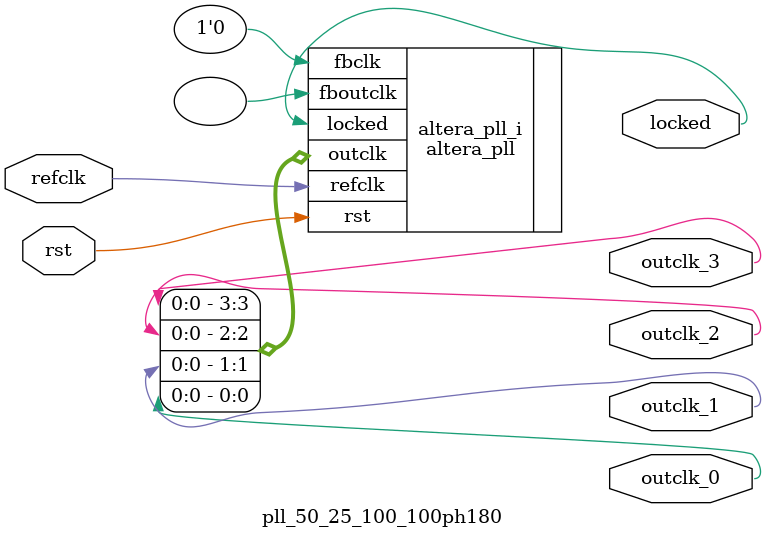
<source format=v>
`timescale 1ns/10ps

module  pll_50_25_100_100ph180(
	input refclk,
	input rst,
	output outclk_0,
	output outclk_1,
	output outclk_2,
  output outclk_3,
	output locked
);

	altera_pll #(
		.fractional_vco_multiplier("true"),
		.reference_clock_frequency("50.0 MHz"),
		.operation_mode("direct"),
		.number_of_clocks(4),

		.output_clock_frequency0("50.000000 MHz"),
		.phase_shift0("0 ps"),
		.duty_cycle0(50),

		.output_clock_frequency1("25.000000 MHz"),
		.phase_shift1("0 ps"),
		.duty_cycle1(50),

		.output_clock_frequency2("100.000000 MHz"),
		.phase_shift2("0 ps"),
		.duty_cycle2(50),

		.output_clock_frequency3("100.000000 MHz"),
		.phase_shift3("5000 ps"),
		.duty_cycle3(50),

		.output_clock_frequency4("0 MHz"),
		.phase_shift4("0 ps"),
		.duty_cycle4(50),
		.output_clock_frequency5("0 MHz"),
		.phase_shift5("0 ps"),
		.duty_cycle5(50),
		.output_clock_frequency6("0 MHz"),
		.phase_shift6("0 ps"),
		.duty_cycle6(50),
		.output_clock_frequency7("0 MHz"),
		.phase_shift7("0 ps"),
		.duty_cycle7(50),
		.output_clock_frequency8("0 MHz"),
		.phase_shift8("0 ps"),
		.duty_cycle8(50),
		.output_clock_frequency9("0 MHz"),
		.phase_shift9("0 ps"),
		.duty_cycle9(50),
		.output_clock_frequency10("0 MHz"),
		.phase_shift10("0 ps"),
		.duty_cycle10(50),
		.output_clock_frequency11("0 MHz"),
		.phase_shift11("0 ps"),
		.duty_cycle11(50),
		.output_clock_frequency12("0 MHz"),
		.phase_shift12("0 ps"),
		.duty_cycle12(50),
		.output_clock_frequency13("0 MHz"),
		.phase_shift13("0 ps"),
		.duty_cycle13(50),
		.output_clock_frequency14("0 MHz"),
		.phase_shift14("0 ps"),
		.duty_cycle14(50),
		.output_clock_frequency15("0 MHz"),
		.phase_shift15("0 ps"),
		.duty_cycle15(50),
		.output_clock_frequency16("0 MHz"),
		.phase_shift16("0 ps"),
		.duty_cycle16(50),
		.output_clock_frequency17("0 MHz"),
		.phase_shift17("0 ps"),
		.duty_cycle17(50),
		.pll_type("General"),
		.pll_subtype("General")
	) altera_pll_i (
		.rst	(rst),
		.outclk	({outclk_3, outclk_2, outclk_1, outclk_0}),
		.locked	(locked),
		.fboutclk	( ),
		.fbclk	(1'b0),
		.refclk	(refclk)
	);
endmodule


</source>
